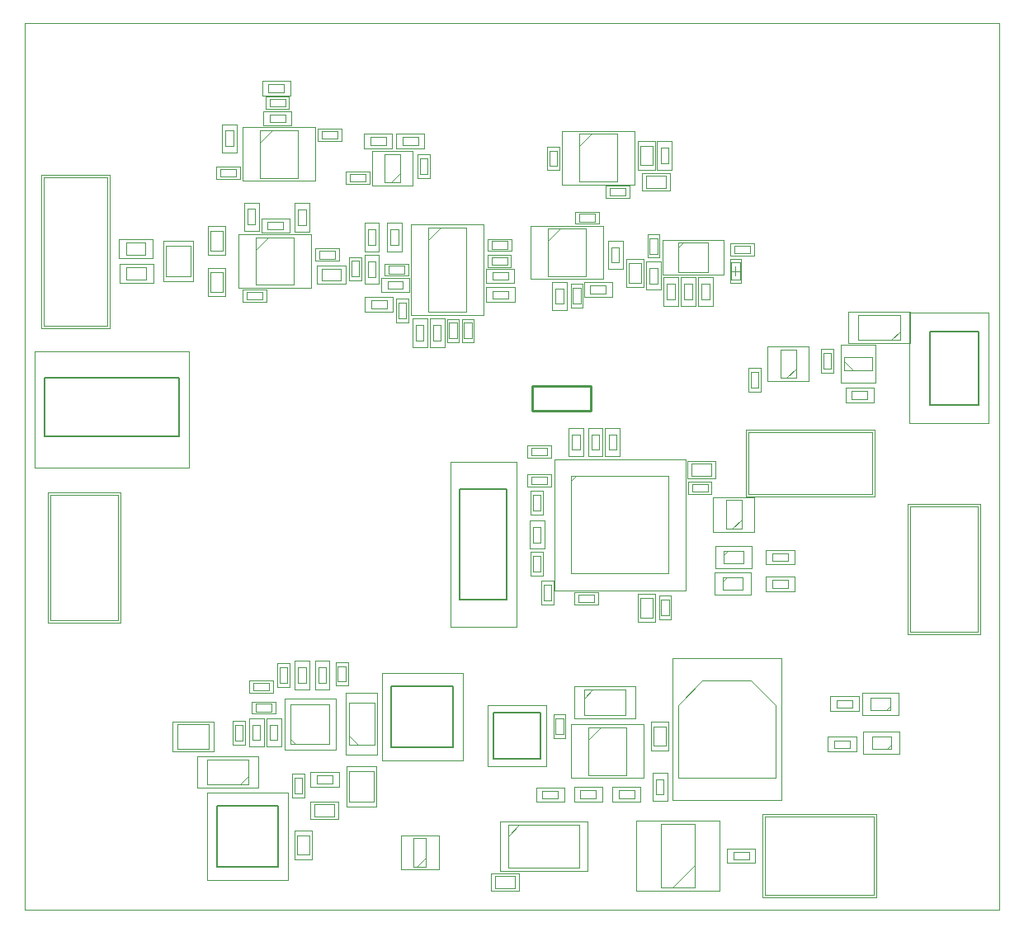
<source format=gbo>
G04*
G04 #@! TF.GenerationSoftware,Altium Limited,Altium Designer,20.0.10 (225)*
G04*
G04 Layer_Color=32896*
%FSLAX25Y25*%
%MOIN*%
G70*
G01*
G75*
%ADD10C,0.00787*%
%ADD12C,0.01000*%
%ADD13C,0.00394*%
%ADD14C,0.00197*%
D10*
X365748Y203937D02*
X385433D01*
X365748D02*
Y233465D01*
X385433D01*
Y203937D02*
Y233465D01*
X189370Y79626D02*
X208268D01*
Y60728D02*
Y79626D01*
X189370Y60728D02*
X208268D01*
X189370D02*
Y79626D01*
X8039Y214835D02*
X62370D01*
Y191213D02*
Y214835D01*
X8039Y191213D02*
X62370D01*
X8039D02*
Y214835D01*
X194650Y125055D02*
Y169937D01*
X175752Y125055D02*
X194650D01*
X175752D02*
Y169937D01*
X194650D01*
X172898Y65354D02*
Y90158D01*
X148094Y65354D02*
X172898D01*
X148094D02*
Y90158D01*
X172898D01*
X77598Y17098D02*
Y41902D01*
X102402D01*
Y17098D02*
Y41902D01*
X77598Y17098D02*
X102402D01*
D12*
X228508Y201630D02*
Y211472D01*
X204886D02*
X228508D01*
X204886Y201630D02*
Y211472D01*
Y201630D02*
X228508D01*
D13*
X0Y0D02*
Y358268D01*
X393701D01*
Y0D02*
Y358268D01*
X0Y0D02*
X393701D01*
X0D02*
X393701D01*
X283122Y153890D02*
X289516D01*
X283122D02*
Y165402D01*
X289516D01*
Y153890D02*
Y165402D01*
X285776Y153890D02*
X289516Y157630D01*
X307776Y214764D02*
X311516Y218504D01*
Y214764D02*
Y226181D01*
X305217D02*
X311516D01*
X305217Y214764D02*
Y226181D01*
Y214764D02*
X311516D01*
X330866Y221654D02*
X334606Y217913D01*
X330866D02*
X342362D01*
Y223031D01*
X330866D02*
X342362D01*
X330866Y217913D02*
Y223031D01*
X256890Y8858D02*
X270669D01*
X256890D02*
Y34449D01*
X270669D01*
Y8858D02*
Y34449D01*
X261614Y8858D02*
X270669Y17913D01*
X264094Y269406D02*
X275905D01*
Y257594D02*
Y269406D01*
X264094Y257594D02*
X275905D01*
X264094D02*
Y269406D01*
Y267437D02*
X266063Y269406D01*
X223807Y308461D02*
X228807Y313461D01*
X223807Y294153D02*
Y313461D01*
Y294153D02*
X239146D01*
Y313461D01*
X223807D02*
X239146D01*
X162823Y275528D02*
X178177D01*
Y241472D02*
Y275528D01*
X162823Y241472D02*
X178177D01*
X162823D02*
Y275528D01*
Y270528D02*
X167823Y275528D01*
X227559Y73622D02*
X242913D01*
Y54331D02*
Y73622D01*
X227559Y54331D02*
X242913D01*
X227559D02*
Y73622D01*
Y68622D02*
X232559Y73622D01*
X349913Y230020D02*
X353496Y233602D01*
Y230020D02*
Y240256D01*
X336661D02*
X353496D01*
X336661Y230020D02*
Y240256D01*
Y230020D02*
X353496D01*
X7717Y295744D02*
X33307D01*
Y235862D02*
Y295744D01*
X7717Y235862D02*
X33307D01*
X7717D02*
Y295744D01*
X385039Y112205D02*
Y162874D01*
X357638Y112205D02*
X385039D01*
X357638D02*
Y162874D01*
X385039D01*
X298819Y5906D02*
Y37402D01*
X342913D01*
Y5906D02*
Y37402D01*
X298819Y5906D02*
X342913D01*
X292421Y167913D02*
Y192717D01*
X342224D01*
Y167913D02*
Y192717D01*
X292421Y167913D02*
X342224D01*
X41063Y259461D02*
X48937D01*
Y254539D02*
Y259461D01*
X41063Y254539D02*
X48937D01*
X41063D02*
Y259461D01*
X327953Y81496D02*
Y84646D01*
Y81496D02*
X334252D01*
Y84646D01*
X327953D02*
X334252D01*
X220634Y173087D02*
X222602Y175055D01*
X220634Y135685D02*
Y175055D01*
Y135685D02*
X260004D01*
Y175055D01*
X220634D02*
X260004D01*
X107346Y68898D02*
X109315Y66929D01*
X107346D02*
X123094D01*
Y82677D01*
X107346D02*
X123094D01*
X107346Y66929D02*
Y82677D01*
X347965Y80610D02*
X349606Y82252D01*
Y80610D02*
Y85532D01*
X341732D02*
X349606D01*
X341732Y80610D02*
Y85532D01*
Y80610D02*
X349606D01*
X288976Y254528D02*
Y261417D01*
X285236Y254528D02*
Y261417D01*
X288976D01*
X285236Y254528D02*
X288976D01*
X195130Y34063D02*
X223870D01*
Y16937D02*
Y34063D01*
X195130Y16937D02*
X223870D01*
X195130D02*
Y34063D01*
Y29535D02*
X199657Y34063D01*
X61614Y64961D02*
Y74803D01*
Y64961D02*
X74213D01*
Y74803D01*
X61614D02*
X74213D01*
X57087Y255728D02*
X66929D01*
Y268327D01*
X57087D02*
X66929D01*
X57087Y255728D02*
Y268327D01*
X269291Y175197D02*
X277165D01*
X269291D02*
Y180118D01*
X277165D01*
Y175197D02*
Y180118D01*
X131220Y294094D02*
Y297244D01*
Y294094D02*
X137520D01*
Y297244D01*
X131220D02*
X137520D01*
X263815Y53122D02*
X303185D01*
X263815D02*
Y82650D01*
X273657Y92492D01*
X293342D01*
X303185Y82650D01*
Y53122D02*
Y82650D01*
X94846Y309945D02*
X99847Y314945D01*
X94846Y295638D02*
Y314945D01*
Y295638D02*
X110185D01*
Y314945D01*
X94846D02*
X110185D01*
X93331Y266653D02*
X98331Y271654D01*
X93331Y252346D02*
Y271654D01*
Y252346D02*
X108669D01*
Y271654D01*
X93331D02*
X108669D01*
X145350Y293791D02*
X151650D01*
X145350D02*
Y305209D01*
X151650D01*
Y293791D02*
Y305209D01*
X147909Y293791D02*
X151650Y297532D01*
X211331Y270153D02*
X216331Y275153D01*
X211331Y255847D02*
Y275153D01*
Y255847D02*
X226669D01*
Y275153D01*
X211331D02*
X226669D01*
X98819Y324410D02*
Y327559D01*
Y324410D02*
X105118D01*
Y327559D01*
X98819D02*
X105118D01*
X75039Y266331D02*
Y274205D01*
X79961D01*
Y266331D02*
Y274205D01*
X75039Y266331D02*
X79961D01*
X75039Y249563D02*
Y257437D01*
X79961D01*
Y249563D02*
Y257437D01*
X75039Y249563D02*
X79961D01*
X125197Y262992D02*
Y266142D01*
X118898D02*
X125197D01*
X118898Y262992D02*
Y266142D01*
Y262992D02*
X125197D01*
X96063Y246457D02*
Y249606D01*
X89764D02*
X96063D01*
X89764Y246457D02*
Y249606D01*
Y246457D02*
X96063D01*
X126260Y311417D02*
Y314567D01*
X119961D02*
X126260D01*
X119961Y311417D02*
Y314567D01*
Y311417D02*
X126260D01*
X119831Y254039D02*
X127705D01*
X119831D02*
Y258961D01*
X127705D01*
Y254039D02*
Y258961D01*
X78858Y296063D02*
Y299213D01*
Y296063D02*
X85158D01*
Y299213D01*
X78858D02*
X85158D01*
X131925Y262012D02*
X135075D01*
X131925Y255713D02*
Y262012D01*
Y255713D02*
X135075D01*
Y262012D01*
X159449Y297244D02*
X162598D01*
Y303543D01*
X159449D02*
X162598D01*
X159449Y297244D02*
Y303543D01*
X150925Y238850D02*
X154075D01*
Y245150D01*
X150925D02*
X154075D01*
X150925Y238850D02*
Y245150D01*
X177425Y230713D02*
X180575D01*
Y237012D01*
X177425D02*
X180575D01*
X177425Y230713D02*
Y237012D01*
X171425Y230713D02*
X174575D01*
Y237012D01*
X171425D02*
X174575D01*
X171425Y230713D02*
Y237012D01*
X146850Y256925D02*
Y260075D01*
Y256925D02*
X153150D01*
Y260075D01*
X146850D02*
X153150D01*
X223850Y277925D02*
Y281075D01*
Y277925D02*
X230150D01*
Y281075D01*
X223850D02*
X230150D01*
X194882Y266929D02*
Y270079D01*
X188583D02*
X194882D01*
X188583Y266929D02*
Y270079D01*
Y266929D02*
X194882D01*
X194787Y260425D02*
Y263575D01*
X188488D02*
X194787D01*
X188488Y260425D02*
Y263575D01*
Y260425D02*
X194787D01*
X221425Y251150D02*
X224575D01*
X221425Y244850D02*
Y251150D01*
Y244850D02*
X224575D01*
Y251150D01*
X211925Y300350D02*
X215075D01*
Y306650D01*
X211925D02*
X215075D01*
X211925Y300350D02*
Y306650D01*
X236350Y288425D02*
Y291575D01*
Y288425D02*
X242650D01*
Y291575D01*
X236350D02*
X242650D01*
X253543Y300689D02*
Y308563D01*
X248622Y300689D02*
X253543D01*
X248622D02*
Y308563D01*
X253543D01*
X252425Y271287D02*
X255575D01*
X252425Y264988D02*
Y271287D01*
Y264988D02*
X255575D01*
Y271287D01*
X292913Y265059D02*
Y268209D01*
X286614D02*
X292913D01*
X286614Y265059D02*
Y268209D01*
Y265059D02*
X292913D01*
X251004Y296358D02*
X258878D01*
Y291437D02*
Y296358D01*
X251004Y291437D02*
X258878D01*
X251004D02*
Y296358D01*
X248961Y253295D02*
Y261169D01*
X244039Y253295D02*
X248961D01*
X244039D02*
Y261169D01*
X248961D01*
X205279Y167378D02*
X208429D01*
X205279Y161079D02*
Y167378D01*
Y161079D02*
X208429D01*
Y167378D01*
X205279Y142772D02*
X208429D01*
X205279Y136472D02*
Y142772D01*
Y136472D02*
X208429D01*
Y142772D01*
X248622Y117835D02*
Y125709D01*
X253543D01*
Y117835D02*
Y125709D01*
X248622Y117835D02*
X253543D01*
X117063Y42461D02*
X124937D01*
Y37539D02*
Y42461D01*
X117063Y37539D02*
X124937D01*
X117063D02*
Y42461D01*
X108925Y46850D02*
X112075D01*
Y53150D01*
X108925D02*
X112075D01*
X108925Y46850D02*
Y53150D01*
X114961Y22063D02*
Y29937D01*
X110039Y22063D02*
X114961D01*
X110039D02*
Y29937D01*
X114961D01*
X258961Y66063D02*
Y73937D01*
X254039Y66063D02*
X258961D01*
X254039D02*
Y73937D01*
X258961D01*
X93350Y79925D02*
Y83075D01*
Y79925D02*
X99650D01*
Y83075D01*
X93350D02*
X99650D01*
X126441Y92008D02*
X129591D01*
Y98307D01*
X126441D02*
X129591D01*
X126441Y92008D02*
Y98307D01*
X214425Y70850D02*
X217575D01*
Y77150D01*
X214425D02*
X217575D01*
X214425Y70850D02*
Y77150D01*
X102819Y97953D02*
X105968D01*
X102819Y91654D02*
Y97953D01*
Y91654D02*
X105968D01*
Y97953D01*
X84925Y74512D02*
X88075D01*
X84925Y68213D02*
Y74512D01*
Y68213D02*
X88075D01*
Y74512D01*
X92213Y88425D02*
Y91575D01*
Y88425D02*
X98512D01*
Y91575D01*
X92213D02*
X98512D01*
X131079Y43386D02*
X140921D01*
Y55984D01*
X131079D02*
X140921D01*
X131079Y43386D02*
Y55984D01*
X190063Y13461D02*
X197937D01*
Y8539D02*
Y13461D01*
X190063Y8539D02*
X197937D01*
X190063D02*
Y13461D01*
X322539Y218602D02*
X325689D01*
Y224902D01*
X322539D02*
X325689D01*
X322539Y218602D02*
Y224902D01*
X210827Y171850D02*
Y175000D01*
X204528D02*
X210827D01*
X204528Y171850D02*
Y175000D01*
Y171850D02*
X210827D01*
X256988Y118799D02*
X260138D01*
Y125098D01*
X256988D02*
X260138D01*
X256988Y118799D02*
Y125098D01*
X293209Y210925D02*
X296358D01*
Y217224D01*
X293209D02*
X296358D01*
X293209Y210925D02*
Y217224D01*
X275787Y168701D02*
Y171850D01*
X269488D02*
X275787D01*
X269488Y168701D02*
Y171850D01*
Y168701D02*
X275787D01*
X223642Y124016D02*
Y127165D01*
Y124016D02*
X229941D01*
Y127165D01*
X223642D02*
X229941D01*
X209449Y124803D02*
X212598D01*
Y131102D01*
X209449D02*
X212598D01*
X209449Y124803D02*
Y131102D01*
X204528Y183465D02*
Y186614D01*
Y183465D02*
X210827D01*
Y186614D01*
X204528D02*
X210827D01*
X282051Y134012D02*
X289925D01*
Y129091D02*
Y134012D01*
X282051Y129091D02*
X289925D01*
X282051D02*
Y134012D01*
Y132370D02*
X283693Y134012D01*
X282445Y144839D02*
X290319D01*
Y139917D02*
Y144839D01*
X282445Y139917D02*
X290319D01*
X282445D02*
Y144839D01*
Y143197D02*
X284087Y144839D01*
X86835Y50382D02*
X90417Y53965D01*
Y50382D02*
Y60618D01*
X73583D02*
X90417D01*
X73583Y50382D02*
Y60618D01*
Y50382D02*
X90417D01*
X130882Y70165D02*
X134465Y66583D01*
X130882D02*
X141118D01*
Y83417D01*
X130882D02*
X141118D01*
X130882Y66583D02*
Y83417D01*
X225835Y85197D02*
X229417Y88779D01*
X225835Y78543D02*
Y88779D01*
Y78543D02*
X242669D01*
Y88779D01*
X225835D02*
X242669D01*
X342126Y64862D02*
X350000D01*
X342126D02*
Y69784D01*
X350000D01*
Y64862D02*
Y69784D01*
X348358Y64862D02*
X350000Y66504D01*
X286221Y23228D02*
X292520D01*
Y20079D02*
Y23228D01*
X286221Y20079D02*
X292520D01*
X286221D02*
Y23228D01*
X334055Y209350D02*
X340354D01*
Y206201D02*
Y209350D01*
X334055Y206201D02*
X340354D01*
X334055D02*
Y209350D01*
X252425Y253000D02*
Y259299D01*
X255575D01*
Y253000D02*
Y259299D01*
X252425Y253000D02*
X255575D01*
X158319Y17252D02*
X162059Y20992D01*
Y17252D02*
Y28748D01*
X156941D02*
X162059D01*
X156941Y17252D02*
Y28748D01*
Y17252D02*
X162059D01*
X98425Y333465D02*
X104724D01*
Y330315D02*
Y333465D01*
X98425Y330315D02*
X104724D01*
X98425D02*
Y333465D01*
X98819Y318110D02*
X105118D01*
X98819D02*
Y321260D01*
X105118D01*
Y318110D02*
Y321260D01*
X40803Y269461D02*
X48677D01*
Y264539D02*
Y269461D01*
X40803Y264539D02*
X48677D01*
X40803D02*
Y269461D01*
X84252Y308421D02*
Y314721D01*
X81102Y308421D02*
X84252D01*
X81102D02*
Y314721D01*
X84252D01*
X110425Y276500D02*
Y282799D01*
X113575D01*
Y276500D02*
Y282799D01*
X110425Y276500D02*
X113575D01*
X98032Y274803D02*
X104331D01*
X98032D02*
Y277953D01*
X104331D01*
Y274803D02*
Y277953D01*
X89961Y276732D02*
Y283032D01*
X93110D01*
Y276732D02*
Y283032D01*
X89961Y276732D02*
X93110D01*
X141732Y255512D02*
Y261811D01*
X138583Y255512D02*
X141732D01*
X138583D02*
Y261811D01*
X141732D01*
Y268504D02*
Y274803D01*
X138583Y268504D02*
X141732D01*
X138583D02*
Y274803D01*
X141732D01*
X152500Y308925D02*
X158799D01*
X152500D02*
Y312075D01*
X158799D01*
Y308925D02*
Y312075D01*
X139500Y308925D02*
X145799D01*
X139500D02*
Y312075D01*
X145799D01*
Y308925D02*
Y312075D01*
X147638Y268504D02*
Y274803D01*
X150787D01*
Y268504D02*
Y274803D01*
X147638Y268504D02*
X150787D01*
X146457Y253937D02*
X152756D01*
Y250787D02*
Y253937D01*
X146457Y250787D02*
X152756D01*
X146457D02*
Y253937D01*
X139850Y242925D02*
X146150D01*
X139850D02*
Y246075D01*
X146150D01*
Y242925D02*
Y246075D01*
X161075Y229850D02*
Y236150D01*
X157925Y229850D02*
X161075D01*
X157925D02*
Y236150D01*
X161075D01*
X164925Y229850D02*
Y236150D01*
X168075D01*
Y229850D02*
Y236150D01*
X164925Y229850D02*
X168075D01*
X188976Y250000D02*
X195276D01*
Y246850D02*
Y250000D01*
X188976Y246850D02*
X195276D01*
X188976D02*
Y250000D01*
X188850Y254425D02*
X195150D01*
X188850D02*
Y257575D01*
X195150D01*
Y254425D02*
Y257575D01*
X217575Y244701D02*
Y251000D01*
X214425Y244701D02*
X217575D01*
X214425D02*
Y251000D01*
X217575D01*
X228350Y248925D02*
X234650D01*
X228350D02*
Y252075D01*
X234650D01*
Y248925D02*
Y252075D01*
X259941Y301476D02*
Y307776D01*
X256791Y301476D02*
X259941D01*
X256791D02*
Y307776D01*
X259941D01*
X236925Y261350D02*
Y267650D01*
X240075D01*
Y261350D02*
Y267650D01*
X236925Y261350D02*
X240075D01*
X262575Y246500D02*
Y252799D01*
X259425Y246500D02*
X262575D01*
X259425D02*
Y252799D01*
X262575D01*
X269575Y246500D02*
Y252799D01*
X266425Y246500D02*
X269575D01*
X266425D02*
Y252799D01*
X269575D01*
X276575Y246500D02*
Y252799D01*
X273425Y246500D02*
X276575D01*
X273425D02*
Y252799D01*
X276575D01*
X301933Y129976D02*
X308232D01*
X301933D02*
Y133126D01*
X308232D01*
Y129976D02*
Y133126D01*
X301933Y140803D02*
X308232D01*
X301933D02*
Y143953D01*
X308232D01*
Y140803D02*
Y143953D01*
X205279Y148284D02*
Y154583D01*
X208429D01*
Y148284D02*
Y154583D01*
X205279Y148284D02*
X208429D01*
X228902Y185685D02*
Y191984D01*
X232051D01*
Y185685D02*
Y191984D01*
X228902Y185685D02*
X232051D01*
X235791D02*
Y191984D01*
X238941D01*
Y185685D02*
Y191984D01*
X235791Y185685D02*
X238941D01*
X221028D02*
Y191984D01*
X224177D01*
Y185685D02*
Y191984D01*
X221028Y185685D02*
X224177D01*
X118000Y50925D02*
X124299D01*
X118000D02*
Y54075D01*
X124299D01*
Y50925D02*
Y54075D01*
X254925Y46350D02*
Y52650D01*
X258075D01*
Y46350D02*
Y52650D01*
X254925Y46350D02*
X258075D01*
X239850Y48075D02*
X246150D01*
Y44925D02*
Y48075D01*
X239850Y44925D02*
X246150D01*
X239850D02*
Y48075D01*
X110425Y91500D02*
Y97799D01*
X113575D01*
Y91500D02*
Y97799D01*
X110425Y91500D02*
X113575D01*
X118567Y91535D02*
Y97835D01*
X121716D01*
Y91535D02*
Y97835D01*
X118567Y91535D02*
X121716D01*
X95075Y68350D02*
Y74650D01*
X91925Y68350D02*
X95075D01*
X91925D02*
Y74650D01*
X95075D01*
X98925Y68350D02*
Y74650D01*
X102075D01*
Y68350D02*
Y74650D01*
X98925Y68350D02*
X102075D01*
X209026Y44805D02*
X215325D01*
X209026D02*
Y47955D01*
X215325D01*
Y44805D02*
Y47955D01*
X224350Y44925D02*
X230650D01*
X224350D02*
Y48075D01*
X230650D01*
Y44925D02*
Y48075D01*
X333268Y65158D02*
Y68307D01*
X326969D02*
X333268D01*
X326969Y65158D02*
Y68307D01*
Y65158D02*
X333268D01*
X37598Y116969D02*
Y167638D01*
X10197Y116969D02*
X37598D01*
X10197D02*
Y167638D01*
X37598D01*
X357185Y196362D02*
X389370D01*
X357185D02*
Y241039D01*
X389370D01*
Y196362D02*
Y241039D01*
X187008Y82638D02*
X210630D01*
Y57717D02*
Y82638D01*
X187008Y57717D02*
X210630D01*
X187008D02*
Y82638D01*
X4102Y225465D02*
X66307D01*
Y178614D02*
Y225465D01*
X4102Y178614D02*
X66307D01*
X4102D02*
Y225465D01*
X285236Y257972D02*
X288976D01*
X287106Y256102D02*
Y259842D01*
X289272Y253248D02*
Y262697D01*
X284941Y253248D02*
Y262697D01*
X289272D01*
X284941Y253248D02*
X289272D01*
X198587Y114032D02*
Y180961D01*
X171815Y114032D02*
X198587D01*
X171815D02*
Y180961D01*
X198587D01*
X176835Y60039D02*
Y95472D01*
X144158Y60039D02*
X176835D01*
X144158D02*
Y95472D01*
X176835D01*
X73661Y11784D02*
Y47216D01*
X106339D01*
Y11784D02*
Y47216D01*
X73661Y11784D02*
X106339D01*
D14*
X277953Y152657D02*
X294685D01*
X277953D02*
Y166634D01*
X294685D01*
Y152657D02*
Y166634D01*
X316634Y213484D02*
Y227461D01*
X300098D02*
X316634D01*
X300098Y213484D02*
Y227461D01*
Y213484D02*
X316634D01*
X329646Y212795D02*
X343583D01*
Y228150D01*
X329646D02*
X343583D01*
X329646Y212795D02*
Y228150D01*
X247047Y7480D02*
X280512D01*
X247047D02*
Y35827D01*
X280512D01*
Y7480D02*
Y35827D01*
X257598Y270587D02*
X282402D01*
Y256413D02*
Y270587D01*
X257598Y256413D02*
X282402D01*
X257598D02*
Y270587D01*
X216811Y292980D02*
Y314634D01*
Y292980D02*
X246142D01*
Y314634D01*
X216811D02*
X246142D01*
X155835Y276709D02*
X185165D01*
Y240291D02*
Y276709D01*
X155835Y240291D02*
X185165D01*
X155835D02*
Y276709D01*
X220571Y74803D02*
X249902D01*
Y53150D02*
Y74803D01*
X220571Y53150D02*
X249902D01*
X220571D02*
Y74803D01*
X357520Y228740D02*
Y241535D01*
X332638D02*
X357520D01*
X332638Y228740D02*
Y241535D01*
Y228740D02*
X357520D01*
X6732Y296728D02*
X34291D01*
Y234878D02*
Y296728D01*
X6732Y234878D02*
X34291D01*
X6732D02*
Y296728D01*
X386024Y111221D02*
Y163858D01*
X356653Y111221D02*
X386024D01*
X356653D02*
Y163858D01*
X386024D01*
X297835Y4921D02*
Y38386D01*
X343898D01*
Y4921D02*
Y38386D01*
X297835Y4921D02*
X343898D01*
X291437Y166929D02*
Y193701D01*
X343209D01*
Y166929D02*
Y193701D01*
X291437Y166929D02*
X343209D01*
X38209Y260740D02*
X51791D01*
Y253260D02*
Y260740D01*
X38209Y253260D02*
X51791D01*
X38209D02*
Y260740D01*
X325394Y80118D02*
Y86024D01*
Y80118D02*
X336811D01*
Y86024D01*
X325394D02*
X336811D01*
X213843Y128894D02*
Y181846D01*
Y128894D02*
X266795D01*
Y181846D01*
X213843D02*
X266795D01*
X104886Y64468D02*
X125555D01*
Y85138D01*
X104886D02*
X125555D01*
X104886Y64468D02*
Y85138D01*
X352953Y78543D02*
Y87598D01*
X338386D02*
X352953D01*
X338386Y78543D02*
Y87598D01*
Y78543D02*
X352953D01*
X191783Y35342D02*
X227217D01*
Y15657D02*
Y35342D01*
X191783Y15657D02*
X227217D01*
X191783D02*
Y35342D01*
X59606Y63937D02*
Y75827D01*
Y63937D02*
X76221D01*
Y75827D01*
X59606D02*
X76221D01*
X56063Y253917D02*
X67953D01*
Y270138D01*
X56063D02*
X67953D01*
X56063Y253917D02*
Y270138D01*
X267461Y174153D02*
X278996D01*
X267461D02*
Y181161D01*
X278996D01*
Y174153D02*
Y181161D01*
X129567Y293228D02*
Y298110D01*
Y293228D02*
X139173D01*
Y298110D01*
X129567D02*
X139173D01*
X261453Y101547D02*
X305547D01*
X261453Y44067D02*
Y101547D01*
Y44067D02*
X305547D01*
Y101547D01*
X87850Y294465D02*
Y316118D01*
Y294465D02*
X117181D01*
Y316118D01*
X87850D02*
X117181D01*
X86335Y251173D02*
Y272827D01*
Y251173D02*
X115665D01*
Y272827D01*
X86335D02*
X115665D01*
X140232Y292512D02*
X156768D01*
X140232D02*
Y306488D01*
X156768D01*
Y292512D02*
Y306488D01*
X204335Y254673D02*
Y276327D01*
Y254673D02*
X233665D01*
Y276327D01*
X204335D02*
X233665D01*
X97165Y323543D02*
Y328425D01*
Y323543D02*
X106772D01*
Y328425D01*
X97165D02*
X106772D01*
X73996Y264500D02*
Y276035D01*
X81004D01*
Y264500D02*
Y276035D01*
X73996Y264500D02*
X81004D01*
X73996Y247732D02*
Y259268D01*
X81004D01*
Y247732D02*
Y259268D01*
X73996Y247732D02*
X81004D01*
X126850Y262126D02*
Y267008D01*
X117244D02*
X126850D01*
X117244Y262126D02*
Y267008D01*
Y262126D02*
X126850D01*
X97716Y245591D02*
Y250472D01*
X88110D02*
X97716D01*
X88110Y245591D02*
Y250472D01*
Y245591D02*
X97716D01*
X127913Y310551D02*
Y315433D01*
X118307D02*
X127913D01*
X118307Y310551D02*
Y315433D01*
Y310551D02*
X127913D01*
X118000Y252996D02*
X129535D01*
X118000D02*
Y260004D01*
X129535D01*
Y252996D02*
Y260004D01*
X77205Y295197D02*
Y300079D01*
Y295197D02*
X86811D01*
Y300079D01*
X77205D02*
X86811D01*
X131059Y263665D02*
X135941D01*
X131059Y254059D02*
Y263665D01*
Y254059D02*
X135941D01*
Y263665D01*
X158583Y295590D02*
X163465D01*
Y305197D01*
X158583D02*
X163465D01*
X158583Y295590D02*
Y305197D01*
X150059Y237197D02*
X154941D01*
Y246803D01*
X150059D02*
X154941D01*
X150059Y237197D02*
Y246803D01*
X176559Y229059D02*
X181441D01*
Y238665D01*
X176559D02*
X181441D01*
X176559Y229059D02*
Y238665D01*
X170559Y229059D02*
X175441D01*
Y238665D01*
X170559D02*
X175441D01*
X170559Y229059D02*
Y238665D01*
X145197Y256059D02*
Y260941D01*
Y256059D02*
X154803D01*
Y260941D01*
X145197D02*
X154803D01*
X222197Y277059D02*
Y281941D01*
Y277059D02*
X231803D01*
Y281941D01*
X222197D02*
X231803D01*
X196535Y266063D02*
Y270945D01*
X186929D02*
X196535D01*
X186929Y266063D02*
Y270945D01*
Y266063D02*
X196535D01*
X196441Y259559D02*
Y264441D01*
X186835D02*
X196441D01*
X186835Y259559D02*
Y264441D01*
Y259559D02*
X196441D01*
X220559Y252803D02*
X225441D01*
X220559Y243197D02*
Y252803D01*
Y243197D02*
X225441D01*
Y252803D01*
X211059Y298697D02*
X215941D01*
Y308303D01*
X211059D02*
X215941D01*
X211059Y298697D02*
Y308303D01*
X234697Y287559D02*
Y292441D01*
Y287559D02*
X244303D01*
Y292441D01*
X234697D02*
X244303D01*
X254587Y298858D02*
Y310394D01*
X247579Y298858D02*
X254587D01*
X247579D02*
Y310394D01*
X254587D01*
X251559Y272941D02*
X256441D01*
X251559Y263335D02*
Y272941D01*
Y263335D02*
X256441D01*
Y272941D01*
X294567Y264193D02*
Y269075D01*
X284961D02*
X294567D01*
X284961Y264193D02*
Y269075D01*
Y264193D02*
X294567D01*
X249173Y297402D02*
X260709D01*
Y290394D02*
Y297402D01*
X249173Y290394D02*
X260709D01*
X249173D02*
Y297402D01*
X250004Y251465D02*
Y263000D01*
X242996Y251465D02*
X250004D01*
X242996D02*
Y263000D01*
X250004D01*
X204413Y169032D02*
X209295D01*
X204413Y159425D02*
Y169032D01*
Y159425D02*
X209295D01*
Y169032D01*
X204413Y144425D02*
X209295D01*
X204413Y134819D02*
Y144425D01*
Y134819D02*
X209295D01*
Y144425D01*
X247579Y116004D02*
Y127539D01*
X254587D01*
Y116004D02*
Y127539D01*
X247579Y116004D02*
X254587D01*
X115232Y43504D02*
X126768D01*
Y36496D02*
Y43504D01*
X115232Y36496D02*
X126768D01*
X115232D02*
Y43504D01*
X108059Y45197D02*
X112941D01*
Y54803D01*
X108059D02*
X112941D01*
X108059Y45197D02*
Y54803D01*
X116004Y20232D02*
Y31768D01*
X108996Y20232D02*
X116004D01*
X108996D02*
Y31768D01*
X116004D01*
X260004Y64232D02*
Y75768D01*
X252996Y64232D02*
X260004D01*
X252996D02*
Y75768D01*
X260004D01*
X91697Y79059D02*
Y83941D01*
Y79059D02*
X101303D01*
Y83941D01*
X91697D02*
X101303D01*
X125575Y90354D02*
X130457D01*
Y99961D01*
X125575D02*
X130457D01*
X125575Y90354D02*
Y99961D01*
X213559Y69197D02*
X218441D01*
Y78803D01*
X213559D02*
X218441D01*
X213559Y69197D02*
Y78803D01*
X101953Y99606D02*
X106835D01*
X101953Y90000D02*
Y99606D01*
Y90000D02*
X106835D01*
Y99606D01*
X84059Y76165D02*
X88941D01*
X84059Y66559D02*
Y76165D01*
Y66559D02*
X88941D01*
Y76165D01*
X90559Y87559D02*
Y92441D01*
Y87559D02*
X100165D01*
Y92441D01*
X90559D02*
X100165D01*
X130055Y41378D02*
X141945D01*
Y57992D01*
X130055D02*
X141945D01*
X130055Y41378D02*
Y57992D01*
X188232Y14504D02*
X199768D01*
Y7496D02*
Y14504D01*
X188232Y7496D02*
X199768D01*
X188232D02*
Y14504D01*
X321673Y216949D02*
X326555D01*
Y226555D01*
X321673D02*
X326555D01*
X321673Y216949D02*
Y226555D01*
X212480Y170984D02*
Y175866D01*
X202874D02*
X212480D01*
X202874Y170984D02*
Y175866D01*
Y170984D02*
X212480D01*
X256122Y117146D02*
X261004D01*
Y126752D01*
X256122D02*
X261004D01*
X256122Y117146D02*
Y126752D01*
X292342Y209272D02*
X297224D01*
Y218878D01*
X292342D02*
X297224D01*
X292342Y209272D02*
Y218878D01*
X277441Y167835D02*
Y172716D01*
X267835D02*
X277441D01*
X267835Y167835D02*
Y172716D01*
Y167835D02*
X277441D01*
X221988Y123150D02*
Y128032D01*
Y123150D02*
X231594D01*
Y128032D01*
X221988D02*
X231594D01*
X208583Y123150D02*
X213465D01*
Y132756D01*
X208583D02*
X213465D01*
X208583Y123150D02*
Y132756D01*
X202874Y182598D02*
Y187480D01*
Y182598D02*
X212480D01*
Y187480D01*
X202874D02*
X212480D01*
X278705Y136079D02*
X293272D01*
Y127024D02*
Y136079D01*
X278705Y127024D02*
X293272D01*
X278705D02*
Y136079D01*
X279098Y146906D02*
X293665D01*
Y137850D02*
Y146906D01*
X279098Y137850D02*
X293665D01*
X279098D02*
Y146906D01*
X94441Y49102D02*
Y61898D01*
X69559D02*
X94441D01*
X69559Y49102D02*
Y61898D01*
Y49102D02*
X94441D01*
X129602Y62559D02*
X142398D01*
Y87441D01*
X129602D02*
X142398D01*
X129602Y62559D02*
Y87441D01*
X221811Y77264D02*
Y90059D01*
Y77264D02*
X246693D01*
Y90059D01*
X221811D02*
X246693D01*
X338779Y62795D02*
X353346D01*
X338779D02*
Y71850D01*
X353346D01*
Y62795D02*
Y71850D01*
X283661Y24606D02*
X295079D01*
Y18701D02*
Y24606D01*
X283661Y18701D02*
X295079D01*
X283661D02*
Y24606D01*
X331496Y210728D02*
X342913D01*
Y204823D02*
Y210728D01*
X331496Y204823D02*
X342913D01*
X331496D02*
Y210728D01*
X251047Y250441D02*
Y261858D01*
X256953D01*
Y250441D02*
Y261858D01*
X251047Y250441D02*
X256953D01*
X167177Y16032D02*
Y29969D01*
X151823D02*
X167177D01*
X151823Y16032D02*
Y29969D01*
Y16032D02*
X167177D01*
X95866Y334842D02*
X107283D01*
Y328937D02*
Y334842D01*
X95866Y328937D02*
X107283D01*
X95866D02*
Y334842D01*
X96260Y316732D02*
X107677D01*
X96260D02*
Y322638D01*
X107677D01*
Y316732D02*
Y322638D01*
X37949Y270740D02*
X51531D01*
Y263260D02*
Y270740D01*
X37949Y263260D02*
X51531D01*
X37949D02*
Y270740D01*
X85630Y305862D02*
Y317280D01*
X79724Y305862D02*
X85630D01*
X79724D02*
Y317280D01*
X85630D01*
X109047Y273941D02*
Y285358D01*
X114953D01*
Y273941D02*
Y285358D01*
X109047Y273941D02*
X114953D01*
X95472Y273425D02*
X106890D01*
X95472D02*
Y279331D01*
X106890D01*
Y273425D02*
Y279331D01*
X88583Y274173D02*
Y285591D01*
X94488D01*
Y274173D02*
Y285591D01*
X88583Y274173D02*
X94488D01*
X143110Y252953D02*
Y264370D01*
X137205Y252953D02*
X143110D01*
X137205D02*
Y264370D01*
X143110D01*
Y265945D02*
Y277362D01*
X137205Y265945D02*
X143110D01*
X137205D02*
Y277362D01*
X143110D01*
X149941Y307547D02*
X161358D01*
X149941D02*
Y313453D01*
X161358D01*
Y307547D02*
Y313453D01*
X136941Y307547D02*
X148358D01*
X136941D02*
Y313453D01*
X148358D01*
Y307547D02*
Y313453D01*
X146260Y265945D02*
Y277362D01*
X152165D01*
Y265945D02*
Y277362D01*
X146260Y265945D02*
X152165D01*
X143898Y255315D02*
X155315D01*
Y249409D02*
Y255315D01*
X143898Y249409D02*
X155315D01*
X143898D02*
Y255315D01*
X137291Y241547D02*
X148709D01*
X137291D02*
Y247453D01*
X148709D01*
Y241547D02*
Y247453D01*
X162453Y227291D02*
Y238709D01*
X156547Y227291D02*
X162453D01*
X156547D02*
Y238709D01*
X162453D01*
X163547Y227291D02*
Y238709D01*
X169453D01*
Y227291D02*
Y238709D01*
X163547Y227291D02*
X169453D01*
X186417Y251378D02*
X197835D01*
Y245472D02*
Y251378D01*
X186417Y245472D02*
X197835D01*
X186417D02*
Y251378D01*
X186291Y253047D02*
X197709D01*
X186291D02*
Y258953D01*
X197709D01*
Y253047D02*
Y258953D01*
X218953Y242142D02*
Y253559D01*
X213047Y242142D02*
X218953D01*
X213047D02*
Y253559D01*
X218953D01*
X225791Y247547D02*
X237209D01*
X225791D02*
Y253453D01*
X237209D01*
Y247547D02*
Y253453D01*
X261319Y298917D02*
Y310335D01*
X255413Y298917D02*
X261319D01*
X255413D02*
Y310335D01*
X261319D01*
X235547Y258791D02*
Y270209D01*
X241453D01*
Y258791D02*
Y270209D01*
X235547Y258791D02*
X241453D01*
X263953Y243941D02*
Y255358D01*
X258047Y243941D02*
X263953D01*
X258047D02*
Y255358D01*
X263953D01*
X270953Y243941D02*
Y255358D01*
X265047Y243941D02*
X270953D01*
X265047D02*
Y255358D01*
X270953D01*
X277953Y243941D02*
Y255358D01*
X272047Y243941D02*
X277953D01*
X272047D02*
Y255358D01*
X277953D01*
X299374Y128598D02*
X310791D01*
X299374D02*
Y134504D01*
X310791D01*
Y128598D02*
Y134504D01*
X299374Y139425D02*
X310791D01*
X299374D02*
Y145331D01*
X310791D01*
Y139425D02*
Y145331D01*
X203902Y145724D02*
Y157142D01*
X209807D01*
Y145724D02*
Y157142D01*
X203902Y145724D02*
X209807D01*
X227524Y183126D02*
Y194543D01*
X233429D01*
Y183126D02*
Y194543D01*
X227524Y183126D02*
X233429D01*
X234413D02*
Y194543D01*
X240319D01*
Y183126D02*
Y194543D01*
X234413Y183126D02*
X240319D01*
X219650D02*
Y194543D01*
X225555D01*
Y183126D02*
Y194543D01*
X219650Y183126D02*
X225555D01*
X115441Y49547D02*
X126858D01*
X115441D02*
Y55453D01*
X126858D01*
Y49547D02*
Y55453D01*
X253547Y43791D02*
Y55209D01*
X259453D01*
Y43791D02*
Y55209D01*
X253547Y43791D02*
X259453D01*
X237291Y49453D02*
X248709D01*
Y43547D02*
Y49453D01*
X237291Y43547D02*
X248709D01*
X237291D02*
Y49453D01*
X109047Y88941D02*
Y100358D01*
X114953D01*
Y88941D02*
Y100358D01*
X109047Y88941D02*
X114953D01*
X117189Y88976D02*
Y100394D01*
X123094D01*
Y88976D02*
Y100394D01*
X117189Y88976D02*
X123094D01*
X96453Y65791D02*
Y77209D01*
X90547Y65791D02*
X96453D01*
X90547D02*
Y77209D01*
X96453D01*
X97547Y65791D02*
Y77209D01*
X103453D01*
Y65791D02*
Y77209D01*
X97547Y65791D02*
X103453D01*
X206467Y43427D02*
X217884D01*
X206467D02*
Y49333D01*
X217884D01*
Y43427D02*
Y49333D01*
X221791Y43547D02*
X233209D01*
X221791D02*
Y49453D01*
X233209D01*
Y43547D02*
Y49453D01*
X335827Y63779D02*
Y69685D01*
X324410D02*
X335827D01*
X324410Y63779D02*
Y69685D01*
Y63779D02*
X335827D01*
X38583Y115984D02*
Y168622D01*
X9213Y115984D02*
X38583D01*
X9213D02*
Y168622D01*
X38583D01*
M02*

</source>
